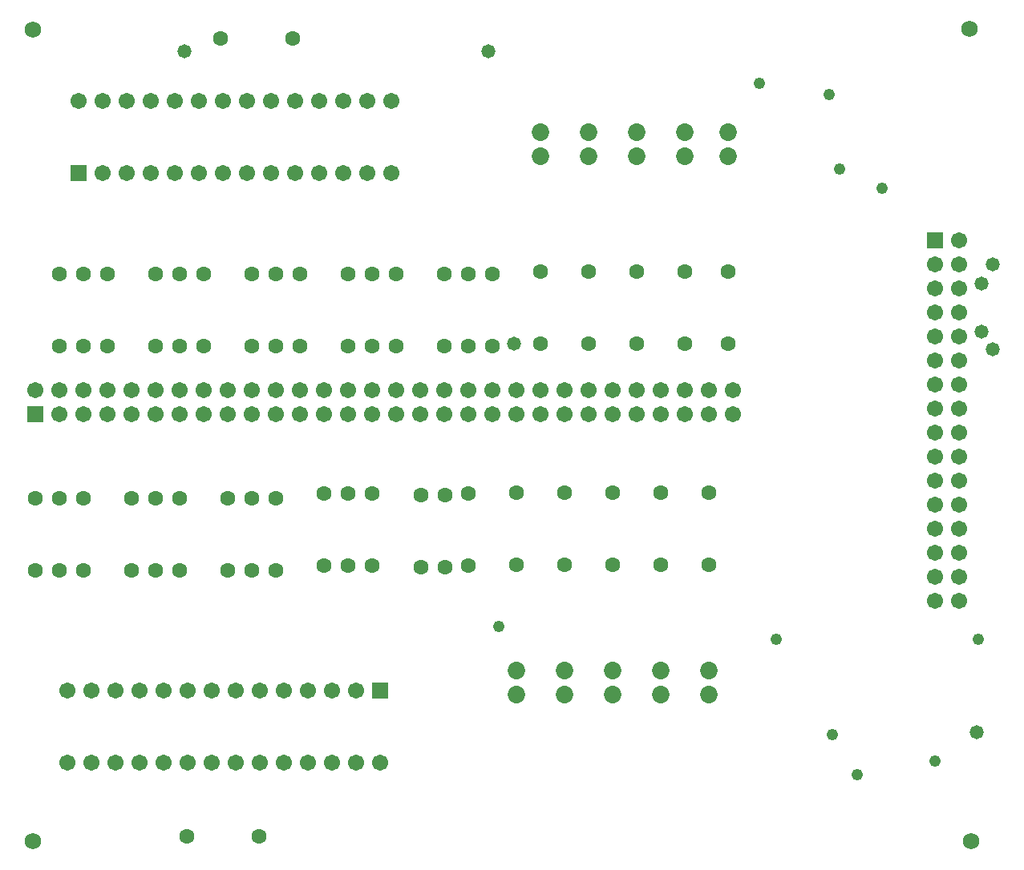
<source format=gbs>
%FSTAX23Y23*%
%MOIN*%
%SFA1B1*%

%IPPOS*%
%ADD25C,0.067060*%
%ADD26R,0.067060X0.067060*%
%ADD27R,0.067060X0.067060*%
%ADD28C,0.067060*%
%ADD29C,0.072960*%
%ADD30C,0.068000*%
%ADD31C,0.063120*%
%ADD32R,0.067060X0.067060*%
%ADD33C,0.048000*%
%ADD34C,0.058000*%
%LNtlc5940controlboard-1*%
%LPD*%
G54D25*
X061Y047D03*
Y048D03*
Y049D03*
Y05D03*
Y051D03*
Y052D03*
Y053D03*
Y054D03*
Y055D03*
Y056D03*
Y057D03*
Y058D03*
Y059D03*
Y06D03*
Y061D03*
Y062D03*
X06Y047D03*
Y048D03*
Y049D03*
Y05D03*
Y051D03*
Y052D03*
Y053D03*
Y054D03*
Y055D03*
Y056D03*
Y057D03*
Y058D03*
Y059D03*
Y06D03*
Y061D03*
X0466Y05575D03*
Y05475D03*
X0456Y05575D03*
Y05475D03*
X0446Y05575D03*
Y05475D03*
X0436Y05575D03*
Y05475D03*
X0426Y05575D03*
Y05475D03*
X0416Y05575D03*
Y05475D03*
X0406Y05575D03*
Y05475D03*
X0396Y05575D03*
Y05475D03*
X0386Y05575D03*
Y05475D03*
X0376Y05575D03*
Y05475D03*
X0366Y05575D03*
Y05475D03*
X0356Y05575D03*
Y05475D03*
X0346Y05575D03*
Y05475D03*
X0336Y05575D03*
Y05475D03*
X0326Y05575D03*
Y05475D03*
X0316Y05575D03*
Y05475D03*
X0306Y05575D03*
Y05475D03*
X0296Y05575D03*
Y05475D03*
X0286Y05575D03*
Y05475D03*
X0276Y05575D03*
Y05475D03*
X0266Y05575D03*
Y05475D03*
X0256Y05575D03*
Y05475D03*
X0246Y05575D03*
Y05475D03*
X0236Y05575D03*
Y05475D03*
X0226Y05575D03*
X0516D03*
Y05475D03*
X0506Y05575D03*
Y05475D03*
X0496Y05575D03*
Y05475D03*
X0486Y05575D03*
Y05475D03*
X0476Y05575D03*
Y05475D03*
G54D26*
X06Y062D03*
G54D27*
X03695Y04325D03*
X0244Y0648D03*
G54D28*
X03595Y04325D03*
X03495D03*
X03395D03*
X03295D03*
X03195D03*
X03095D03*
X02995D03*
X02895D03*
X02795D03*
X02695D03*
X02595D03*
X02495D03*
X02395D03*
X03695Y04025D03*
X03595D03*
X03495D03*
X03395D03*
X03295D03*
X03195D03*
X03095D03*
X02995D03*
X02895D03*
X02795D03*
X02695D03*
X02595D03*
X02495D03*
X02395D03*
X0254Y0648D03*
X0264D03*
X0274D03*
X0284D03*
X0294D03*
X0304D03*
X0314D03*
X0324D03*
X0334D03*
X0344D03*
X0354D03*
X0364D03*
X0374D03*
X0244Y0678D03*
X0254D03*
X0264D03*
X0274D03*
X0284D03*
X0294D03*
X0304D03*
X0314D03*
X0324D03*
X0334D03*
X0344D03*
X0354D03*
X0364D03*
X0374D03*
G54D29*
X0514Y0655D03*
Y0665D03*
X0496Y0655D03*
Y0665D03*
X0476Y0655D03*
Y0665D03*
X0456Y0655D03*
Y0665D03*
X0436Y0655D03*
Y0665D03*
X0506Y0441D03*
Y0431D03*
X0486Y0441D03*
Y0431D03*
X0426Y0441D03*
Y0431D03*
X0446Y0441D03*
Y0431D03*
X0466Y0441D03*
Y0431D03*
G54D30*
X06145Y07079D03*
X0615Y037D03*
X0225D03*
Y07075D03*
G54D31*
X0276Y0606D03*
Y0576D03*
X0256Y0606D03*
Y0576D03*
X0246Y0606D03*
Y0576D03*
X0236Y0606D03*
Y0576D03*
X0426Y0485D03*
Y0515D03*
X0446Y0485D03*
Y0515D03*
X0466Y0485D03*
Y0515D03*
X0486Y0485D03*
Y0515D03*
X0506Y0485D03*
Y0515D03*
X0514Y0607D03*
Y0577D03*
X0496Y0607D03*
Y0577D03*
X0476Y0607D03*
Y0577D03*
X0319Y0372D03*
X0289D03*
X0456Y0607D03*
Y0577D03*
X0436Y0607D03*
Y0577D03*
X0303Y0704D03*
X0333D03*
X0226Y04825D03*
Y05125D03*
X0236Y04825D03*
Y05125D03*
X0246Y04825D03*
Y05125D03*
X0266Y04825D03*
Y05125D03*
X0276Y04825D03*
Y05125D03*
X0286Y04825D03*
Y05125D03*
X0306Y04825D03*
Y05125D03*
X0316Y04825D03*
Y05125D03*
X0326Y04825D03*
Y05125D03*
X0346Y04845D03*
Y05145D03*
X0356Y04845D03*
Y05145D03*
X0366Y04845D03*
Y05145D03*
X03865Y0484D03*
Y0514D03*
X03965Y0484D03*
Y0514D03*
X0406Y04845D03*
Y05145D03*
X0416Y0606D03*
Y0576D03*
X0286Y0606D03*
Y0576D03*
X0296Y0606D03*
Y0576D03*
X0316Y0606D03*
Y0576D03*
X0326Y0606D03*
Y0576D03*
X0336Y0606D03*
Y0576D03*
X0356Y0606D03*
Y0576D03*
X0366Y0606D03*
Y0576D03*
X0376Y0606D03*
Y0576D03*
X0396Y0606D03*
Y0576D03*
X0406Y0606D03*
Y0576D03*
G54D32*
X0226Y05475D03*
G54D33*
X06Y04033D03*
X05678Y03975D03*
X0578Y06415D03*
X0556Y06805D03*
X05603Y06497D03*
X04189Y04592D03*
X0618Y0454D03*
X0534D03*
X0527Y06854D03*
X05573Y04142D03*
G54D34*
X04145Y06985D03*
X0425Y0577D03*
X0288Y06985D03*
X0624Y05745D03*
X06195Y0582D03*
X0624Y061D03*
X06195Y0602D03*
X06176Y04154D03*
M02*
</source>
